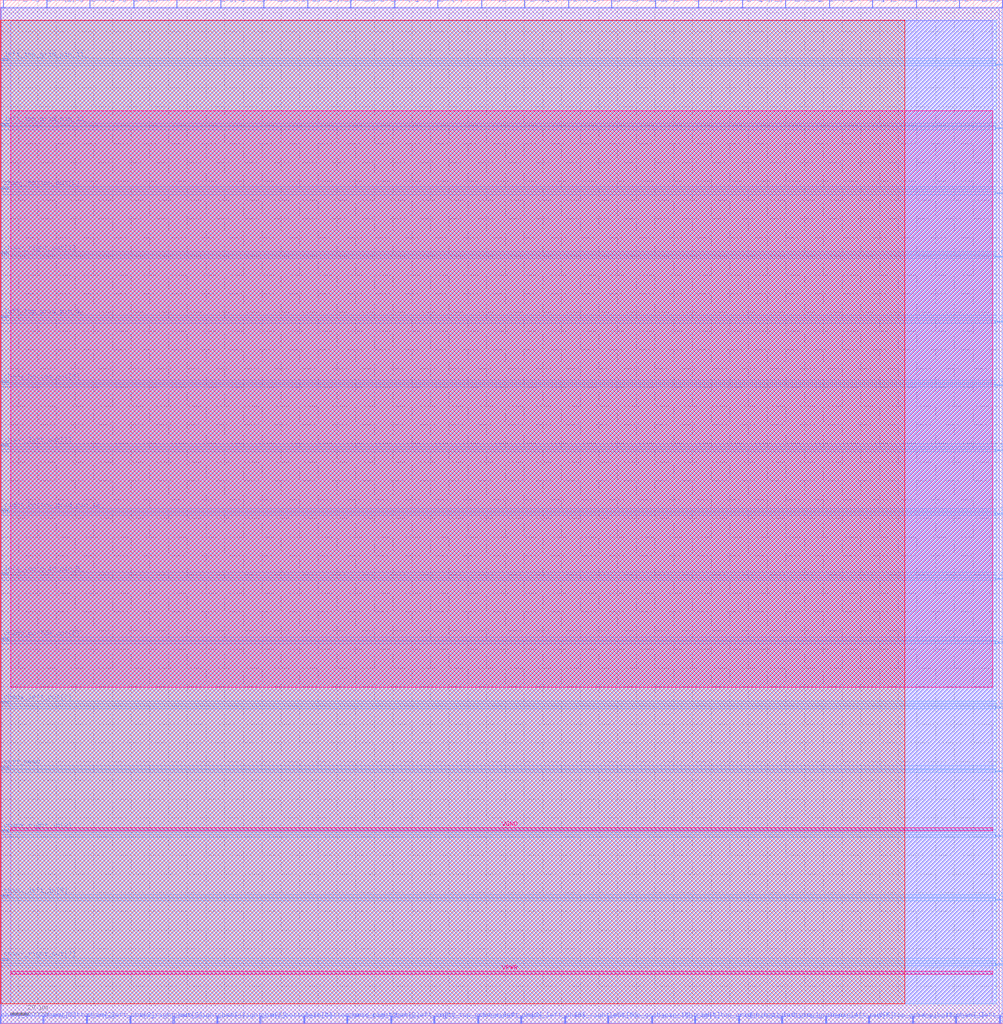
<source format=lef>
VERSION 5.7 ;
  NAMESCASESENSITIVE ON ;
  NOWIREEXTENSIONATPIN ON ;
  DIVIDERCHAR "/" ;
  BUSBITCHARS "[]" ;
UNITS
  DATABASE MICRONS 200 ;
END UNITS

MACRO sb_1__3_
  CLASS BLOCK ;
  FOREIGN sb_1__3_ ;
  ORIGIN 0.000 0.000 ;
  SIZE 536.095 BY 546.815 ;
  PIN bottom_left_grid_pin_13_
    DIRECTION INPUT ;
    PORT
      LAYER met2 ;
        RECT 303.690 542.815 303.970 546.815 ;
    END
  END bottom_left_grid_pin_13_
  PIN bottom_right_grid_pin_11_
    DIRECTION INPUT ;
    PORT
      LAYER met2 ;
        RECT 512.530 542.815 512.810 546.815 ;
    END
  END bottom_right_grid_pin_11_
  PIN ccff_head
    DIRECTION INPUT ;
    PORT
      LAYER met3 ;
        RECT 0.000 136.720 4.000 137.320 ;
    END
  END ccff_head
  PIN ccff_tail
    DIRECTION OUTPUT TRISTATE ;
    PORT
      LAYER met2 ;
        RECT 71.390 542.815 71.670 546.815 ;
    END
  END ccff_tail
  PIN chanx_left_in[0]
    DIRECTION INPUT ;
    PORT
      LAYER met3 ;
        RECT 532.095 374.720 536.095 375.320 ;
    END
  END chanx_left_in[0]
  PIN chanx_left_in[1]
    DIRECTION INPUT ;
    PORT
      LAYER met2 ;
        RECT 208.930 0.000 209.210 4.000 ;
    END
  END chanx_left_in[1]
  PIN chanx_left_in[2]
    DIRECTION INPUT ;
    PORT
      LAYER met2 ;
        RECT 255.390 0.000 255.670 4.000 ;
    END
  END chanx_left_in[2]
  PIN chanx_left_in[3]
    DIRECTION INPUT ;
    PORT
      LAYER met3 ;
        RECT 532.095 443.400 536.095 444.000 ;
    END
  END chanx_left_in[3]
  PIN chanx_left_in[4]
    DIRECTION INPUT ;
    PORT
      LAYER met2 ;
        RECT 326.690 542.815 326.970 546.815 ;
    END
  END chanx_left_in[4]
  PIN chanx_left_in[5]
    DIRECTION INPUT ;
    PORT
      LAYER met3 ;
        RECT 0.000 68.040 4.000 68.640 ;
    END
  END chanx_left_in[5]
  PIN chanx_left_in[6]
    DIRECTION INPUT ;
    PORT
      LAYER met2 ;
        RECT 510.690 0.000 510.970 4.000 ;
    END
  END chanx_left_in[6]
  PIN chanx_left_in[7]
    DIRECTION INPUT ;
    PORT
      LAYER met2 ;
        RECT 443.070 542.815 443.350 546.815 ;
    END
  END chanx_left_in[7]
  PIN chanx_left_in[8]
    DIRECTION INPUT ;
    PORT
      LAYER met2 ;
        RECT 278.390 0.000 278.670 4.000 ;
    END
  END chanx_left_in[8]
  PIN chanx_left_out[0]
    DIRECTION OUTPUT TRISTATE ;
    PORT
      LAYER met2 ;
        RECT 187.310 542.815 187.590 546.815 ;
    END
  END chanx_left_out[0]
  PIN chanx_left_out[1]
    DIRECTION OUTPUT TRISTATE ;
    PORT
      LAYER met3 ;
        RECT 532.095 340.720 536.095 341.320 ;
    END
  END chanx_left_out[1]
  PIN chanx_left_out[2]
    DIRECTION OUTPUT TRISTATE ;
    PORT
      LAYER met2 ;
        RECT 46.090 0.000 46.370 4.000 ;
    END
  END chanx_left_out[2]
  PIN chanx_left_out[3]
    DIRECTION OUTPUT TRISTATE ;
    PORT
      LAYER met3 ;
        RECT 0.000 171.400 4.000 172.000 ;
    END
  END chanx_left_out[3]
  PIN chanx_left_out[4]
    DIRECTION OUTPUT TRISTATE ;
    PORT
      LAYER met2 ;
        RECT 350.150 542.815 350.430 546.815 ;
    END
  END chanx_left_out[4]
  PIN chanx_left_out[5]
    DIRECTION OUTPUT TRISTATE ;
    PORT
      LAYER met2 ;
        RECT 441.230 0.000 441.510 4.000 ;
    END
  END chanx_left_out[5]
  PIN chanx_left_out[6]
    DIRECTION OUTPUT TRISTATE ;
    PORT
      LAYER met3 ;
        RECT 532.095 66.000 536.095 66.600 ;
    END
  END chanx_left_out[6]
  PIN chanx_left_out[7]
    DIRECTION OUTPUT TRISTATE ;
    PORT
      LAYER met3 ;
        RECT 0.000 308.760 4.000 309.360 ;
    END
  END chanx_left_out[7]
  PIN chanx_left_out[8]
    DIRECTION OUTPUT TRISTATE ;
    PORT
      LAYER met2 ;
        RECT 535.530 542.815 535.810 546.815 ;
    END
  END chanx_left_out[8]
  PIN chanx_right_in[0]
    DIRECTION INPUT ;
    PORT
      LAYER met2 ;
        RECT 210.770 542.815 211.050 546.815 ;
    END
  END chanx_right_in[0]
  PIN chanx_right_in[1]
    DIRECTION INPUT ;
    PORT
      LAYER met2 ;
        RECT 348.310 0.000 348.590 4.000 ;
    END
  END chanx_right_in[1]
  PIN chanx_right_in[2]
    DIRECTION INPUT ;
    PORT
      LAYER met3 ;
        RECT 0.000 102.720 4.000 103.320 ;
    END
  END chanx_right_in[2]
  PIN chanx_right_in[3]
    DIRECTION INPUT ;
    PORT
      LAYER met2 ;
        RECT 116.010 0.000 116.290 4.000 ;
    END
  END chanx_right_in[3]
  PIN chanx_right_in[4]
    DIRECTION INPUT ;
    PORT
      LAYER met3 ;
        RECT 532.095 478.080 536.095 478.680 ;
    END
  END chanx_right_in[4]
  PIN chanx_right_in[5]
    DIRECTION INPUT ;
    PORT
      LAYER met2 ;
        RECT 24.930 542.815 25.210 546.815 ;
    END
  END chanx_right_in[5]
  PIN chanx_right_in[6]
    DIRECTION INPUT ;
    PORT
      LAYER met2 ;
        RECT 47.930 542.815 48.210 546.815 ;
    END
  END chanx_right_in[6]
  PIN chanx_right_in[7]
    DIRECTION INPUT ;
    PORT
      LAYER met2 ;
        RECT 419.610 542.815 419.890 546.815 ;
    END
  END chanx_right_in[7]
  PIN chanx_right_in[8]
    DIRECTION INPUT ;
    PORT
      LAYER met2 ;
        RECT 94.390 542.815 94.670 546.815 ;
    END
  END chanx_right_in[8]
  PIN chanx_right_out[0]
    DIRECTION OUTPUT TRISTATE ;
    PORT
      LAYER met2 ;
        RECT 534.150 0.000 534.430 4.000 ;
    END
  END chanx_right_out[0]
  PIN chanx_right_out[1]
    DIRECTION OUTPUT TRISTATE ;
    PORT
      LAYER met3 ;
        RECT 0.000 411.440 4.000 412.040 ;
    END
  END chanx_right_out[1]
  PIN chanx_right_out[2]
    DIRECTION OUTPUT TRISTATE ;
    PORT
      LAYER met3 ;
        RECT 532.095 100.000 536.095 100.600 ;
    END
  END chanx_right_out[2]
  PIN chanx_right_out[3]
    DIRECTION OUTPUT TRISTATE ;
    PORT
      LAYER met2 ;
        RECT 1.470 542.815 1.750 546.815 ;
    END
  END chanx_right_out[3]
  PIN chanx_right_out[4]
    DIRECTION OUTPUT TRISTATE ;
    PORT
      LAYER met2 ;
        RECT 92.550 0.000 92.830 4.000 ;
    END
  END chanx_right_out[4]
  PIN chanx_right_out[5]
    DIRECTION OUTPUT TRISTATE ;
    PORT
      LAYER met2 ;
        RECT 69.550 0.000 69.830 4.000 ;
    END
  END chanx_right_out[5]
  PIN chanx_right_out[6]
    DIRECTION OUTPUT TRISTATE ;
    PORT
      LAYER met2 ;
        RECT 301.850 0.000 302.130 4.000 ;
    END
  END chanx_right_out[6]
  PIN chanx_right_out[7]
    DIRECTION OUTPUT TRISTATE ;
    PORT
      LAYER met3 ;
        RECT 0.000 34.040 4.000 34.640 ;
    END
  END chanx_right_out[7]
  PIN chanx_right_out[8]
    DIRECTION OUTPUT TRISTATE ;
    PORT
      LAYER met2 ;
        RECT 185.470 0.000 185.750 4.000 ;
    END
  END chanx_right_out[8]
  PIN chany_bottom_in[0]
    DIRECTION INPUT ;
    PORT
      LAYER met2 ;
        RECT 139.010 0.000 139.290 4.000 ;
    END
  END chany_bottom_in[0]
  PIN chany_bottom_in[1]
    DIRECTION INPUT ;
    PORT
      LAYER met2 ;
        RECT 373.150 542.815 373.430 546.815 ;
    END
  END chany_bottom_in[1]
  PIN chany_bottom_in[2]
    DIRECTION INPUT ;
    PORT
      LAYER met2 ;
        RECT 23.090 0.000 23.370 4.000 ;
    END
  END chany_bottom_in[2]
  PIN chany_bottom_in[3]
    DIRECTION INPUT ;
    PORT
      LAYER met3 ;
        RECT 532.095 306.040 536.095 306.640 ;
    END
  END chany_bottom_in[3]
  PIN chany_bottom_in[4]
    DIRECTION INPUT ;
    PORT
      LAYER met2 ;
        RECT 487.690 0.000 487.970 4.000 ;
    END
  END chany_bottom_in[4]
  PIN chany_bottom_in[5]
    DIRECTION INPUT ;
    PORT
      LAYER met2 ;
        RECT 280.230 542.815 280.510 546.815 ;
    END
  END chany_bottom_in[5]
  PIN chany_bottom_in[6]
    DIRECTION INPUT ;
    PORT
      LAYER met3 ;
        RECT 532.095 512.080 536.095 512.680 ;
    END
  END chany_bottom_in[6]
  PIN chany_bottom_in[7]
    DIRECTION INPUT ;
    PORT
      LAYER met3 ;
        RECT 532.095 272.040 536.095 272.640 ;
    END
  END chany_bottom_in[7]
  PIN chany_bottom_in[8]
    DIRECTION INPUT ;
    PORT
      LAYER met3 ;
        RECT 532.095 31.320 536.095 31.920 ;
    END
  END chany_bottom_in[8]
  PIN chany_bottom_out[0]
    DIRECTION OUTPUT TRISTATE ;
    PORT
      LAYER met3 ;
        RECT 0.000 205.400 4.000 206.000 ;
    END
  END chany_bottom_out[0]
  PIN chany_bottom_out[1]
    DIRECTION OUTPUT TRISTATE ;
    PORT
      LAYER met2 ;
        RECT 140.850 542.815 141.130 546.815 ;
    END
  END chany_bottom_out[1]
  PIN chany_bottom_out[2]
    DIRECTION OUTPUT TRISTATE ;
    PORT
      LAYER met3 ;
        RECT 532.095 237.360 536.095 237.960 ;
    END
  END chany_bottom_out[2]
  PIN chany_bottom_out[3]
    DIRECTION OUTPUT TRISTATE ;
    PORT
      LAYER met3 ;
        RECT 532.095 203.360 536.095 203.960 ;
    END
  END chany_bottom_out[3]
  PIN chany_bottom_out[4]
    DIRECTION OUTPUT TRISTATE ;
    PORT
      LAYER met2 ;
        RECT 257.230 542.815 257.510 546.815 ;
    END
  END chany_bottom_out[4]
  PIN chany_bottom_out[5]
    DIRECTION OUTPUT TRISTATE ;
    PORT
      LAYER met2 ;
        RECT 489.530 542.815 489.810 546.815 ;
    END
  END chany_bottom_out[5]
  PIN chany_bottom_out[6]
    DIRECTION OUTPUT TRISTATE ;
    PORT
      LAYER met3 ;
        RECT 0.000 342.760 4.000 343.360 ;
    END
  END chany_bottom_out[6]
  PIN chany_bottom_out[7]
    DIRECTION OUTPUT TRISTATE ;
    PORT
      LAYER met2 ;
        RECT 0.090 0.000 0.370 4.000 ;
    END
  END chany_bottom_out[7]
  PIN chany_bottom_out[8]
    DIRECTION OUTPUT TRISTATE ;
    PORT
      LAYER met3 ;
        RECT 0.000 446.120 4.000 446.720 ;
    END
  END chany_bottom_out[8]
  PIN left_bottom_grid_pin_12_
    DIRECTION INPUT ;
    PORT
      LAYER met2 ;
        RECT 162.470 0.000 162.750 4.000 ;
    END
  END left_bottom_grid_pin_12_
  PIN left_top_grid_pin_11_
    DIRECTION INPUT ;
    PORT
      LAYER met3 ;
        RECT 0.000 514.800 4.000 515.400 ;
    END
  END left_top_grid_pin_11_
  PIN left_top_grid_pin_13_
    DIRECTION INPUT ;
    PORT
      LAYER met3 ;
        RECT 0.000 480.120 4.000 480.720 ;
    END
  END left_top_grid_pin_13_
  PIN left_top_grid_pin_15_
    DIRECTION INPUT ;
    PORT
      LAYER met2 ;
        RECT 324.850 0.000 325.130 4.000 ;
    END
  END left_top_grid_pin_15_
  PIN left_top_grid_pin_1_
    DIRECTION INPUT ;
    PORT
      LAYER met2 ;
        RECT 417.770 0.000 418.050 4.000 ;
    END
  END left_top_grid_pin_1_
  PIN left_top_grid_pin_3_
    DIRECTION INPUT ;
    PORT
      LAYER met2 ;
        RECT 396.610 542.815 396.890 546.815 ;
    END
  END left_top_grid_pin_3_
  PIN left_top_grid_pin_5_
    DIRECTION INPUT ;
    PORT
      LAYER met3 ;
        RECT 0.000 240.080 4.000 240.680 ;
    END
  END left_top_grid_pin_5_
  PIN left_top_grid_pin_7_
    DIRECTION INPUT ;
    PORT
      LAYER met3 ;
        RECT 532.095 134.680 536.095 135.280 ;
    END
  END left_top_grid_pin_7_
  PIN left_top_grid_pin_9_
    DIRECTION INPUT ;
    PORT
      LAYER met3 ;
        RECT 0.000 377.440 4.000 378.040 ;
    END
  END left_top_grid_pin_9_
  PIN pReset
    DIRECTION INPUT ;
    PORT
      LAYER met2 ;
        RECT 233.770 542.815 234.050 546.815 ;
    END
  END pReset
  PIN prog_clk
    DIRECTION INPUT ;
    PORT
      LAYER met3 ;
        RECT 532.095 168.680 536.095 169.280 ;
    END
  END prog_clk
  PIN right_bottom_grid_pin_12_
    DIRECTION INPUT ;
    PORT
      LAYER met3 ;
        RECT 0.000 274.080 4.000 274.680 ;
    END
  END right_bottom_grid_pin_12_
  PIN right_top_grid_pin_11_
    DIRECTION INPUT ;
    PORT
      LAYER met2 ;
        RECT 371.310 0.000 371.590 4.000 ;
    END
  END right_top_grid_pin_11_
  PIN right_top_grid_pin_13_
    DIRECTION INPUT ;
    PORT
      LAYER met2 ;
        RECT 164.310 542.815 164.590 546.815 ;
    END
  END right_top_grid_pin_13_
  PIN right_top_grid_pin_15_
    DIRECTION INPUT ;
    PORT
      LAYER met2 ;
        RECT 464.230 0.000 464.510 4.000 ;
    END
  END right_top_grid_pin_15_
  PIN right_top_grid_pin_1_
    DIRECTION INPUT ;
    PORT
      LAYER met2 ;
        RECT 394.770 0.000 395.050 4.000 ;
    END
  END right_top_grid_pin_1_
  PIN right_top_grid_pin_3_
    DIRECTION INPUT ;
    PORT
      LAYER met2 ;
        RECT 466.070 542.815 466.350 546.815 ;
    END
  END right_top_grid_pin_3_
  PIN right_top_grid_pin_5_
    DIRECTION INPUT ;
    PORT
      LAYER met3 ;
        RECT 532.095 409.400 536.095 410.000 ;
    END
  END right_top_grid_pin_5_
  PIN right_top_grid_pin_7_
    DIRECTION INPUT ;
    PORT
      LAYER met2 ;
        RECT 117.850 542.815 118.130 546.815 ;
    END
  END right_top_grid_pin_7_
  PIN right_top_grid_pin_9_
    DIRECTION INPUT ;
    PORT
      LAYER met2 ;
        RECT 231.930 0.000 232.210 4.000 ;
    END
  END right_top_grid_pin_9_
  PIN VPWR
    DIRECTION INPUT ;
    USE POWER ;
    PORT
      LAYER met5 ;
        RECT 5.520 26.490 530.380 28.090 ;
    END
  END VPWR
  PIN VGND
    DIRECTION INPUT ;
    USE GROUND ;
    PORT
      LAYER met5 ;
        RECT 5.520 103.080 530.380 104.680 ;
    END
  END VGND
  OBS
      LAYER li1 ;
        RECT 5.520 10.795 530.380 535.925 ;
      LAYER met1 ;
        RECT 0.530 0.380 533.990 542.940 ;
      LAYER met2 ;
        RECT 0.370 542.535 1.190 543.050 ;
        RECT 2.030 542.535 24.650 543.050 ;
        RECT 25.490 542.535 47.650 543.050 ;
        RECT 48.490 542.535 71.110 543.050 ;
        RECT 71.950 542.535 94.110 543.050 ;
        RECT 94.950 542.535 117.570 543.050 ;
        RECT 118.410 542.535 140.570 543.050 ;
        RECT 141.410 542.535 164.030 543.050 ;
        RECT 164.870 542.535 187.030 543.050 ;
        RECT 187.870 542.535 210.490 543.050 ;
        RECT 211.330 542.535 233.490 543.050 ;
        RECT 234.330 542.535 256.950 543.050 ;
        RECT 257.790 542.535 279.950 543.050 ;
        RECT 280.790 542.535 303.410 543.050 ;
        RECT 304.250 542.535 326.410 543.050 ;
        RECT 327.250 542.535 349.870 543.050 ;
        RECT 350.710 542.535 372.870 543.050 ;
        RECT 373.710 542.535 396.330 543.050 ;
        RECT 397.170 542.535 419.330 543.050 ;
        RECT 420.170 542.535 442.790 543.050 ;
        RECT 443.630 542.535 465.790 543.050 ;
        RECT 466.630 542.535 489.250 543.050 ;
        RECT 490.090 542.535 512.250 543.050 ;
        RECT 513.090 542.535 535.250 543.050 ;
        RECT 0.370 4.280 535.530 542.535 ;
        RECT 0.650 0.270 22.810 4.280 ;
        RECT 23.650 0.270 45.810 4.280 ;
        RECT 46.650 0.270 69.270 4.280 ;
        RECT 70.110 0.270 92.270 4.280 ;
        RECT 93.110 0.270 115.730 4.280 ;
        RECT 116.570 0.270 138.730 4.280 ;
        RECT 139.570 0.270 162.190 4.280 ;
        RECT 163.030 0.270 185.190 4.280 ;
        RECT 186.030 0.270 208.650 4.280 ;
        RECT 209.490 0.270 231.650 4.280 ;
        RECT 232.490 0.270 255.110 4.280 ;
        RECT 255.950 0.270 278.110 4.280 ;
        RECT 278.950 0.270 301.570 4.280 ;
        RECT 302.410 0.270 324.570 4.280 ;
        RECT 325.410 0.270 348.030 4.280 ;
        RECT 348.870 0.270 371.030 4.280 ;
        RECT 371.870 0.270 394.490 4.280 ;
        RECT 395.330 0.270 417.490 4.280 ;
        RECT 418.330 0.270 440.950 4.280 ;
        RECT 441.790 0.270 463.950 4.280 ;
        RECT 464.790 0.270 487.410 4.280 ;
        RECT 488.250 0.270 510.410 4.280 ;
        RECT 511.250 0.270 533.870 4.280 ;
        RECT 534.710 0.270 535.530 4.280 ;
      LAYER met3 ;
        RECT 0.270 515.800 532.370 536.005 ;
        RECT 4.400 514.400 532.370 515.800 ;
        RECT 0.270 513.080 532.370 514.400 ;
        RECT 0.270 511.680 531.695 513.080 ;
        RECT 0.270 481.120 532.370 511.680 ;
        RECT 4.400 479.720 532.370 481.120 ;
        RECT 0.270 479.080 532.370 479.720 ;
        RECT 0.270 477.680 531.695 479.080 ;
        RECT 0.270 447.120 532.370 477.680 ;
        RECT 4.400 445.720 532.370 447.120 ;
        RECT 0.270 444.400 532.370 445.720 ;
        RECT 0.270 443.000 531.695 444.400 ;
        RECT 0.270 412.440 532.370 443.000 ;
        RECT 4.400 411.040 532.370 412.440 ;
        RECT 0.270 410.400 532.370 411.040 ;
        RECT 0.270 409.000 531.695 410.400 ;
        RECT 0.270 378.440 532.370 409.000 ;
        RECT 4.400 377.040 532.370 378.440 ;
        RECT 0.270 375.720 532.370 377.040 ;
        RECT 0.270 374.320 531.695 375.720 ;
        RECT 0.270 343.760 532.370 374.320 ;
        RECT 4.400 342.360 532.370 343.760 ;
        RECT 0.270 341.720 532.370 342.360 ;
        RECT 0.270 340.320 531.695 341.720 ;
        RECT 0.270 309.760 532.370 340.320 ;
        RECT 4.400 308.360 532.370 309.760 ;
        RECT 0.270 307.040 532.370 308.360 ;
        RECT 0.270 305.640 531.695 307.040 ;
        RECT 0.270 275.080 532.370 305.640 ;
        RECT 4.400 273.680 532.370 275.080 ;
        RECT 0.270 273.040 532.370 273.680 ;
        RECT 0.270 271.640 531.695 273.040 ;
        RECT 0.270 241.080 532.370 271.640 ;
        RECT 4.400 239.680 532.370 241.080 ;
        RECT 0.270 238.360 532.370 239.680 ;
        RECT 0.270 236.960 531.695 238.360 ;
        RECT 0.270 206.400 532.370 236.960 ;
        RECT 4.400 205.000 532.370 206.400 ;
        RECT 0.270 204.360 532.370 205.000 ;
        RECT 0.270 202.960 531.695 204.360 ;
        RECT 0.270 172.400 532.370 202.960 ;
        RECT 4.400 171.000 532.370 172.400 ;
        RECT 0.270 169.680 532.370 171.000 ;
        RECT 0.270 168.280 531.695 169.680 ;
        RECT 0.270 137.720 532.370 168.280 ;
        RECT 4.400 136.320 532.370 137.720 ;
        RECT 0.270 135.680 532.370 136.320 ;
        RECT 0.270 134.280 531.695 135.680 ;
        RECT 0.270 103.720 532.370 134.280 ;
        RECT 4.400 102.320 532.370 103.720 ;
        RECT 0.270 101.000 532.370 102.320 ;
        RECT 0.270 99.600 531.695 101.000 ;
        RECT 0.270 69.040 532.370 99.600 ;
        RECT 4.400 67.640 532.370 69.040 ;
        RECT 0.270 67.000 532.370 67.640 ;
        RECT 0.270 65.600 531.695 67.000 ;
        RECT 0.270 35.040 532.370 65.600 ;
        RECT 4.400 33.640 532.370 35.040 ;
        RECT 0.270 32.320 532.370 33.640 ;
        RECT 0.270 30.920 531.695 32.320 ;
        RECT 0.270 10.715 532.370 30.920 ;
      LAYER met4 ;
        RECT 0.295 10.640 483.440 536.080 ;
      LAYER met5 ;
        RECT 5.520 179.670 530.380 487.630 ;
  END
END sb_1__3_
END LIBRARY


</source>
